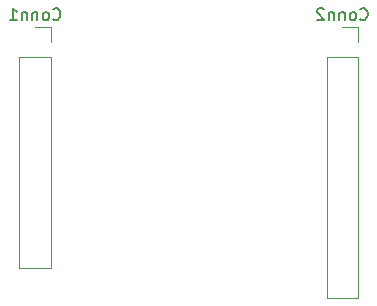
<source format=gbo>
%TF.GenerationSoftware,KiCad,Pcbnew,(5.1.6)-1*%
%TF.CreationDate,2021-08-09T18:08:13+02:00*%
%TF.ProjectId,4ch_Sampler_comtrol,3463685f-5361-46d7-906c-65725f636f6d,rev?*%
%TF.SameCoordinates,Original*%
%TF.FileFunction,Legend,Bot*%
%TF.FilePolarity,Positive*%
%FSLAX46Y46*%
G04 Gerber Fmt 4.6, Leading zero omitted, Abs format (unit mm)*
G04 Created by KiCad (PCBNEW (5.1.6)-1) date 2021-08-09 18:08:13*
%MOMM*%
%LPD*%
G01*
G04 APERTURE LIST*
%ADD10C,0.120000*%
%ADD11C,0.150000*%
G04 APERTURE END LIST*
D10*
%TO.C,Conn2*%
X164330000Y-79670000D02*
X163000000Y-79670000D01*
X164330000Y-81000000D02*
X164330000Y-79670000D01*
X164330000Y-82270000D02*
X161670000Y-82270000D01*
X161670000Y-82270000D02*
X161670000Y-102650000D01*
X164330000Y-82270000D02*
X164330000Y-102650000D01*
X164330000Y-102650000D02*
X161670000Y-102650000D01*
%TO.C,Conn1*%
X138330000Y-79670000D02*
X137000000Y-79670000D01*
X138330000Y-81000000D02*
X138330000Y-79670000D01*
X138330000Y-82270000D02*
X135670000Y-82270000D01*
X135670000Y-82270000D02*
X135670000Y-100110000D01*
X138330000Y-82270000D02*
X138330000Y-100110000D01*
X138330000Y-100110000D02*
X135670000Y-100110000D01*
%TO.C,Conn2*%
D11*
X164523809Y-79027142D02*
X164571428Y-79074761D01*
X164714285Y-79122380D01*
X164809523Y-79122380D01*
X164952380Y-79074761D01*
X165047619Y-78979523D01*
X165095238Y-78884285D01*
X165142857Y-78693809D01*
X165142857Y-78550952D01*
X165095238Y-78360476D01*
X165047619Y-78265238D01*
X164952380Y-78170000D01*
X164809523Y-78122380D01*
X164714285Y-78122380D01*
X164571428Y-78170000D01*
X164523809Y-78217619D01*
X163952380Y-79122380D02*
X164047619Y-79074761D01*
X164095238Y-79027142D01*
X164142857Y-78931904D01*
X164142857Y-78646190D01*
X164095238Y-78550952D01*
X164047619Y-78503333D01*
X163952380Y-78455714D01*
X163809523Y-78455714D01*
X163714285Y-78503333D01*
X163666666Y-78550952D01*
X163619047Y-78646190D01*
X163619047Y-78931904D01*
X163666666Y-79027142D01*
X163714285Y-79074761D01*
X163809523Y-79122380D01*
X163952380Y-79122380D01*
X163190476Y-78455714D02*
X163190476Y-79122380D01*
X163190476Y-78550952D02*
X163142857Y-78503333D01*
X163047619Y-78455714D01*
X162904761Y-78455714D01*
X162809523Y-78503333D01*
X162761904Y-78598571D01*
X162761904Y-79122380D01*
X162285714Y-78455714D02*
X162285714Y-79122380D01*
X162285714Y-78550952D02*
X162238095Y-78503333D01*
X162142857Y-78455714D01*
X162000000Y-78455714D01*
X161904761Y-78503333D01*
X161857142Y-78598571D01*
X161857142Y-79122380D01*
X161428571Y-78217619D02*
X161380952Y-78170000D01*
X161285714Y-78122380D01*
X161047619Y-78122380D01*
X160952380Y-78170000D01*
X160904761Y-78217619D01*
X160857142Y-78312857D01*
X160857142Y-78408095D01*
X160904761Y-78550952D01*
X161476190Y-79122380D01*
X160857142Y-79122380D01*
%TO.C,Conn1*%
X138523809Y-79027142D02*
X138571428Y-79074761D01*
X138714285Y-79122380D01*
X138809523Y-79122380D01*
X138952380Y-79074761D01*
X139047619Y-78979523D01*
X139095238Y-78884285D01*
X139142857Y-78693809D01*
X139142857Y-78550952D01*
X139095238Y-78360476D01*
X139047619Y-78265238D01*
X138952380Y-78170000D01*
X138809523Y-78122380D01*
X138714285Y-78122380D01*
X138571428Y-78170000D01*
X138523809Y-78217619D01*
X137952380Y-79122380D02*
X138047619Y-79074761D01*
X138095238Y-79027142D01*
X138142857Y-78931904D01*
X138142857Y-78646190D01*
X138095238Y-78550952D01*
X138047619Y-78503333D01*
X137952380Y-78455714D01*
X137809523Y-78455714D01*
X137714285Y-78503333D01*
X137666666Y-78550952D01*
X137619047Y-78646190D01*
X137619047Y-78931904D01*
X137666666Y-79027142D01*
X137714285Y-79074761D01*
X137809523Y-79122380D01*
X137952380Y-79122380D01*
X137190476Y-78455714D02*
X137190476Y-79122380D01*
X137190476Y-78550952D02*
X137142857Y-78503333D01*
X137047619Y-78455714D01*
X136904761Y-78455714D01*
X136809523Y-78503333D01*
X136761904Y-78598571D01*
X136761904Y-79122380D01*
X136285714Y-78455714D02*
X136285714Y-79122380D01*
X136285714Y-78550952D02*
X136238095Y-78503333D01*
X136142857Y-78455714D01*
X136000000Y-78455714D01*
X135904761Y-78503333D01*
X135857142Y-78598571D01*
X135857142Y-79122380D01*
X134857142Y-79122380D02*
X135428571Y-79122380D01*
X135142857Y-79122380D02*
X135142857Y-78122380D01*
X135238095Y-78265238D01*
X135333333Y-78360476D01*
X135428571Y-78408095D01*
%TD*%
M02*

</source>
